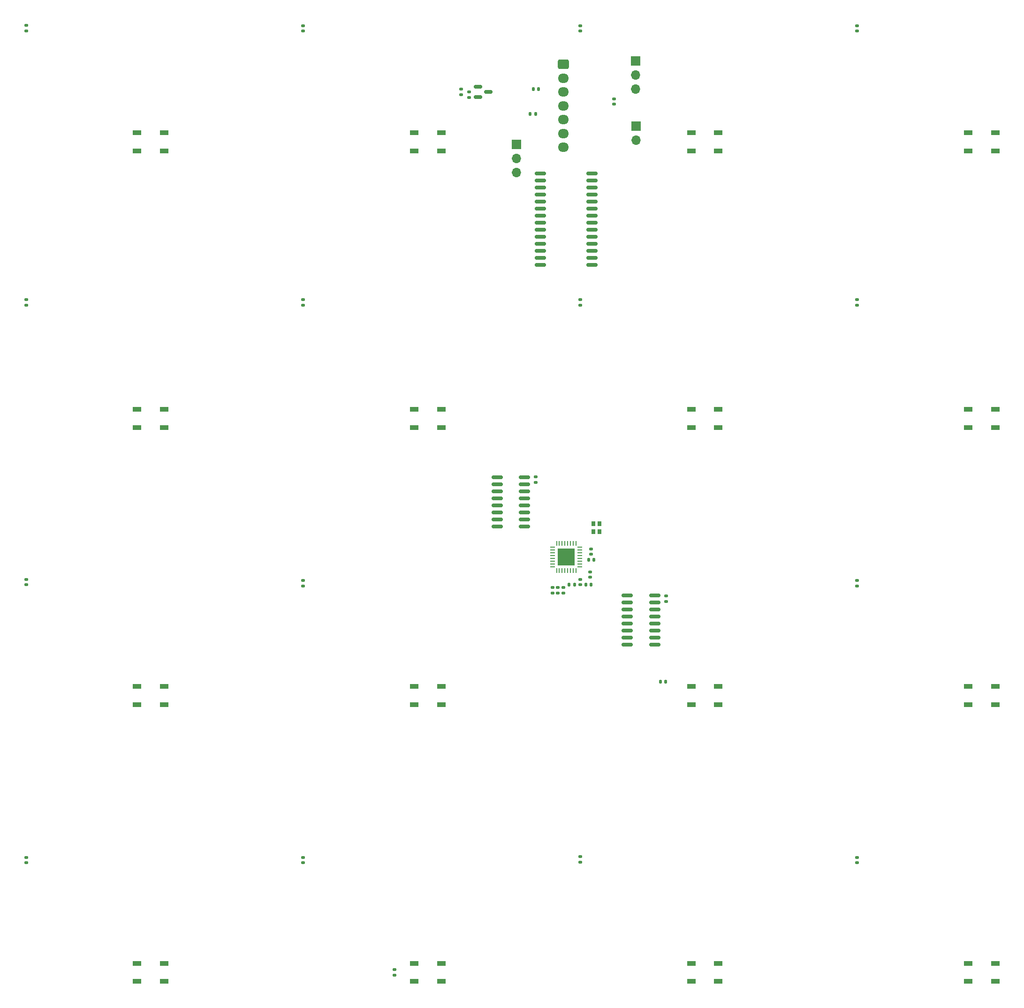
<source format=gbr>
%TF.GenerationSoftware,KiCad,Pcbnew,9.0.0*%
%TF.CreationDate,2025-03-24T21:43:16+01:00*%
%TF.ProjectId,PCB_Chessboard,5043425f-4368-4657-9373-626f6172642e,rev?*%
%TF.SameCoordinates,Original*%
%TF.FileFunction,Soldermask,Top*%
%TF.FilePolarity,Negative*%
%FSLAX46Y46*%
G04 Gerber Fmt 4.6, Leading zero omitted, Abs format (unit mm)*
G04 Created by KiCad (PCBNEW 9.0.0) date 2025-03-24 21:43:16*
%MOMM*%
%LPD*%
G01*
G04 APERTURE LIST*
G04 Aperture macros list*
%AMRoundRect*
0 Rectangle with rounded corners*
0 $1 Rounding radius*
0 $2 $3 $4 $5 $6 $7 $8 $9 X,Y pos of 4 corners*
0 Add a 4 corners polygon primitive as box body*
4,1,4,$2,$3,$4,$5,$6,$7,$8,$9,$2,$3,0*
0 Add four circle primitives for the rounded corners*
1,1,$1+$1,$2,$3*
1,1,$1+$1,$4,$5*
1,1,$1+$1,$6,$7*
1,1,$1+$1,$8,$9*
0 Add four rect primitives between the rounded corners*
20,1,$1+$1,$2,$3,$4,$5,0*
20,1,$1+$1,$4,$5,$6,$7,0*
20,1,$1+$1,$6,$7,$8,$9,0*
20,1,$1+$1,$8,$9,$2,$3,0*%
G04 Aperture macros list end*
%ADD10RoundRect,0.140000X0.170000X-0.140000X0.170000X0.140000X-0.170000X0.140000X-0.170000X-0.140000X0*%
%ADD11RoundRect,0.090000X-0.660000X-0.360000X0.660000X-0.360000X0.660000X0.360000X-0.660000X0.360000X0*%
%ADD12RoundRect,0.140000X-0.170000X0.140000X-0.170000X-0.140000X0.170000X-0.140000X0.170000X0.140000X0*%
%ADD13RoundRect,0.250000X-0.725000X0.600000X-0.725000X-0.600000X0.725000X-0.600000X0.725000X0.600000X0*%
%ADD14O,1.950000X1.700000*%
%ADD15RoundRect,0.062500X-0.375000X-0.062500X0.375000X-0.062500X0.375000X0.062500X-0.375000X0.062500X0*%
%ADD16RoundRect,0.062500X-0.062500X-0.375000X0.062500X-0.375000X0.062500X0.375000X-0.062500X0.375000X0*%
%ADD17R,3.100000X3.100000*%
%ADD18R,0.800000X0.900000*%
%ADD19R,1.700000X1.700000*%
%ADD20O,1.700000X1.700000*%
%ADD21RoundRect,0.140000X-0.140000X-0.170000X0.140000X-0.170000X0.140000X0.170000X-0.140000X0.170000X0*%
%ADD22RoundRect,0.150000X-0.825000X-0.150000X0.825000X-0.150000X0.825000X0.150000X-0.825000X0.150000X0*%
%ADD23RoundRect,0.140000X0.140000X0.170000X-0.140000X0.170000X-0.140000X-0.170000X0.140000X-0.170000X0*%
%ADD24RoundRect,0.135000X0.135000X0.185000X-0.135000X0.185000X-0.135000X-0.185000X0.135000X-0.185000X0*%
%ADD25RoundRect,0.150000X0.875000X0.150000X-0.875000X0.150000X-0.875000X-0.150000X0.875000X-0.150000X0*%
%ADD26RoundRect,0.150000X-0.587500X-0.150000X0.587500X-0.150000X0.587500X0.150000X-0.587500X0.150000X0*%
%ADD27RoundRect,0.135000X-0.185000X0.135000X-0.185000X-0.135000X0.185000X-0.135000X0.185000X0.135000X0*%
G04 APERTURE END LIST*
D10*
%TO.C,C15*%
X104285519Y-102679528D03*
X104285519Y-103639528D03*
%TD*%
%TO.C,C13*%
X99500000Y-105520000D03*
X99500000Y-106480000D03*
%TD*%
D11*
%TO.C,D28*%
X177450000Y-123350000D03*
X177450000Y-126650000D03*
X172550000Y-126650000D03*
X172550000Y-123350000D03*
%TD*%
%TO.C,D18*%
X77450000Y-23350000D03*
X77450000Y-26650000D03*
X72550000Y-26650000D03*
X72550000Y-23350000D03*
%TD*%
%TO.C,D20*%
X177450000Y-23350000D03*
X177450000Y-26650000D03*
X172550000Y-26650000D03*
X172550000Y-23350000D03*
%TD*%
%TO.C,D19*%
X127450000Y-23350000D03*
X127450000Y-26650000D03*
X122550000Y-26650000D03*
X122550000Y-23350000D03*
%TD*%
%TO.C,D17*%
X27450000Y-23350000D03*
X27450000Y-26650000D03*
X22550000Y-26650000D03*
X22550000Y-23350000D03*
%TD*%
%TO.C,D30*%
X77450000Y-173350000D03*
X77450000Y-176650000D03*
X72550000Y-176650000D03*
X72550000Y-173350000D03*
%TD*%
%TO.C,D27*%
X127450000Y-123350000D03*
X127450000Y-126650000D03*
X122550000Y-126650000D03*
X122550000Y-123350000D03*
%TD*%
%TO.C,D23*%
X127450000Y-73350000D03*
X127450000Y-76650000D03*
X122550000Y-76650000D03*
X122550000Y-73350000D03*
%TD*%
%TO.C,D22*%
X77450000Y-73350000D03*
X77450000Y-76650000D03*
X72550000Y-76650000D03*
X72550000Y-73350000D03*
%TD*%
%TO.C,D29*%
X27450000Y-173350000D03*
X27450000Y-176650000D03*
X22550000Y-176650000D03*
X22550000Y-173350000D03*
%TD*%
D12*
%TO.C,C8*%
X69000000Y-175480000D03*
X69000000Y-174520000D03*
%TD*%
D11*
%TO.C,D26*%
X77450000Y-123350000D03*
X77450000Y-126650000D03*
X72550000Y-126650000D03*
X72550000Y-123350000D03*
%TD*%
%TO.C,D21*%
X27450000Y-73350000D03*
X27450000Y-76650000D03*
X22550000Y-76650000D03*
X22550000Y-73350000D03*
%TD*%
%TO.C,D32*%
X177450000Y-173350000D03*
X177450000Y-176650000D03*
X172550000Y-176650000D03*
X172550000Y-173350000D03*
%TD*%
%TO.C,D31*%
X127450000Y-173350000D03*
X127450000Y-176650000D03*
X122550000Y-176650000D03*
X122550000Y-173350000D03*
%TD*%
%TO.C,D25*%
X27450000Y-123350000D03*
X27450000Y-126650000D03*
X22550000Y-126650000D03*
X22550000Y-123350000D03*
%TD*%
%TO.C,D24*%
X177450000Y-73350000D03*
X177450000Y-76650000D03*
X172550000Y-76650000D03*
X172550000Y-73350000D03*
%TD*%
D10*
%TO.C,C22*%
X52500000Y-53520000D03*
X52500000Y-54480000D03*
%TD*%
D13*
%TO.C,JQ1*%
X99500000Y-11000000D03*
D14*
X99500000Y-13500000D03*
X99500000Y-16000000D03*
X99500000Y-18500000D03*
X99500000Y-21000000D03*
X99500000Y-23500000D03*
X99500000Y-26000000D03*
%TD*%
D15*
%TO.C,U1*%
X97562500Y-98250000D03*
X97562500Y-98750000D03*
X97562500Y-99250000D03*
X97562500Y-99750000D03*
X97562500Y-100250000D03*
X97562500Y-100750000D03*
X97562500Y-101250000D03*
X97562500Y-101750000D03*
D16*
X98250000Y-102437500D03*
X98750000Y-102437500D03*
X99250000Y-102437500D03*
X99750000Y-102437500D03*
X100250000Y-102437500D03*
X100750000Y-102437500D03*
X101250000Y-102437500D03*
X101750000Y-102437500D03*
D15*
X102437500Y-101750000D03*
X102437500Y-101250000D03*
X102437500Y-100750000D03*
X102437500Y-100250000D03*
X102437500Y-99750000D03*
X102437500Y-99250000D03*
X102437500Y-98750000D03*
X102437500Y-98250000D03*
D16*
X101750000Y-97562500D03*
X101250000Y-97562500D03*
X100750000Y-97562500D03*
X100250000Y-97562500D03*
X99750000Y-97562500D03*
X99250000Y-97562500D03*
X98750000Y-97562500D03*
X98250000Y-97562500D03*
D17*
X100000000Y-100000000D03*
%TD*%
D18*
%TO.C,Y2*%
X104900000Y-94000000D03*
X104900000Y-95400000D03*
X106000000Y-95400000D03*
X106000000Y-94000000D03*
%TD*%
D19*
%TO.C,J18*%
X112620000Y-22185000D03*
D20*
X112620000Y-24725000D03*
%TD*%
D10*
%TO.C,C20*%
X152500000Y-4980000D03*
X152500000Y-4020000D03*
%TD*%
%TO.C,C24*%
X152500000Y-54480000D03*
X152500000Y-53520000D03*
%TD*%
%TO.C,C27*%
X102500000Y-104980000D03*
X102500000Y-104020000D03*
%TD*%
%TO.C,C32*%
X152500000Y-155210000D03*
X152500000Y-154250000D03*
%TD*%
D21*
%TO.C,C9*%
X94040000Y-15500000D03*
X95000000Y-15500000D03*
%TD*%
D22*
%TO.C,U5*%
X87525000Y-88095000D03*
X87525000Y-85555000D03*
X87525000Y-86825000D03*
X87525000Y-89365000D03*
X87525000Y-90635000D03*
X87525000Y-91905000D03*
X87525000Y-93175000D03*
X87525000Y-94445000D03*
X92475000Y-94445000D03*
X92475000Y-93175000D03*
X92475000Y-91905000D03*
X92475000Y-90635000D03*
X92475000Y-89365000D03*
X92475000Y-88095000D03*
X92475000Y-86825000D03*
X92475000Y-85555000D03*
%TD*%
D23*
%TO.C,C7*%
X117960000Y-122500000D03*
X117000000Y-122500000D03*
%TD*%
D10*
%TO.C,C6*%
X102500000Y-4980000D03*
X102500000Y-4020000D03*
%TD*%
D19*
%TO.C,J19*%
X112500000Y-10420000D03*
D20*
X112500000Y-12960000D03*
X112500000Y-15500000D03*
%TD*%
D10*
%TO.C,C10*%
X118000000Y-108000000D03*
X118000000Y-107040000D03*
%TD*%
D24*
%TO.C,R2*%
X94510000Y-20000000D03*
X93490000Y-20000000D03*
%TD*%
D10*
%TO.C,C5*%
X52500000Y-4980000D03*
X52500000Y-4020000D03*
%TD*%
D19*
%TO.C,J20*%
X91000000Y-25460000D03*
D20*
X91000000Y-28000000D03*
X91000000Y-30540000D03*
%TD*%
D10*
%TO.C,C11*%
X97500000Y-106480000D03*
X97500000Y-105520000D03*
%TD*%
%TO.C,C28*%
X152500000Y-105210000D03*
X152500000Y-104250000D03*
%TD*%
%TO.C,C31*%
X102500000Y-155080000D03*
X102500000Y-154120000D03*
%TD*%
%TO.C,C29*%
X2500000Y-155210000D03*
X2500000Y-154250000D03*
%TD*%
D12*
%TO.C,C3*%
X81000000Y-15520000D03*
X81000000Y-16480000D03*
%TD*%
D10*
%TO.C,C2*%
X108620000Y-18205000D03*
X108620000Y-17245000D03*
%TD*%
D23*
%TO.C,C16*%
X104460000Y-105000000D03*
X103500000Y-105000000D03*
%TD*%
D25*
%TO.C,U3*%
X104650000Y-47255000D03*
X104650000Y-45985000D03*
X104650000Y-44715000D03*
X104650000Y-43445000D03*
X104650000Y-42175000D03*
X104650000Y-40905000D03*
X104650000Y-39635000D03*
X104650000Y-38365000D03*
X104650000Y-37095000D03*
X104650000Y-35825000D03*
X104650000Y-34555000D03*
X104650000Y-33285000D03*
X104650000Y-32015000D03*
X104650000Y-30745000D03*
X95350000Y-30745000D03*
X95350000Y-32015000D03*
X95350000Y-33285000D03*
X95350000Y-34555000D03*
X95350000Y-35825000D03*
X95350000Y-37095000D03*
X95350000Y-38365000D03*
X95350000Y-39635000D03*
X95350000Y-40905000D03*
X95350000Y-42175000D03*
X95350000Y-43445000D03*
X95350000Y-44715000D03*
X95350000Y-45985000D03*
X95350000Y-47255000D03*
%TD*%
D22*
%TO.C,U7*%
X111000000Y-106960000D03*
X111000000Y-108230000D03*
X111000000Y-109500000D03*
X111000000Y-110770000D03*
X111000000Y-112040000D03*
X111000000Y-113310000D03*
X111000000Y-114580000D03*
X111000000Y-115850000D03*
X115950000Y-115850000D03*
X115950000Y-114580000D03*
X115950000Y-113310000D03*
X115950000Y-112040000D03*
X115950000Y-110770000D03*
X115950000Y-109500000D03*
X115950000Y-108230000D03*
X115950000Y-106960000D03*
%TD*%
D23*
%TO.C,C17*%
X104980000Y-100500000D03*
X104020000Y-100500000D03*
%TD*%
D10*
%TO.C,C1*%
X94500000Y-86500000D03*
X94500000Y-85540000D03*
%TD*%
%TO.C,C14*%
X104480000Y-99480000D03*
X104480000Y-98520000D03*
%TD*%
D12*
%TO.C,C4*%
X2500000Y-4000000D03*
X2500000Y-4960000D03*
%TD*%
D10*
%TO.C,C21*%
X2500000Y-54500000D03*
X2500000Y-53540000D03*
%TD*%
%TO.C,C25*%
X2500000Y-104980000D03*
X2500000Y-104020000D03*
%TD*%
%TO.C,C12*%
X98500000Y-106480000D03*
X98500000Y-105520000D03*
%TD*%
D23*
%TO.C,C33*%
X101480000Y-105000000D03*
X100520000Y-105000000D03*
%TD*%
D10*
%TO.C,C30*%
X52500000Y-155210000D03*
X52500000Y-154250000D03*
%TD*%
%TO.C,C26*%
X52500000Y-105210000D03*
X52500000Y-104250000D03*
%TD*%
D26*
%TO.C,Q1*%
X84062500Y-15050000D03*
X84062500Y-16950000D03*
X85937500Y-16000000D03*
%TD*%
D27*
%TO.C,R1*%
X82437500Y-16030000D03*
X82437500Y-17050000D03*
%TD*%
D10*
%TO.C,C23*%
X102500000Y-54480000D03*
X102500000Y-53520000D03*
%TD*%
M02*

</source>
